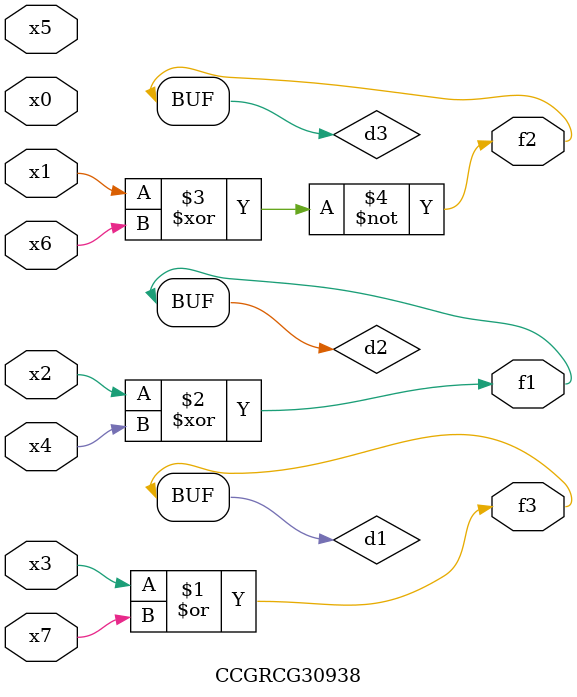
<source format=v>
module CCGRCG30938(
	input x0, x1, x2, x3, x4, x5, x6, x7,
	output f1, f2, f3
);

	wire d1, d2, d3;

	or (d1, x3, x7);
	xor (d2, x2, x4);
	xnor (d3, x1, x6);
	assign f1 = d2;
	assign f2 = d3;
	assign f3 = d1;
endmodule

</source>
